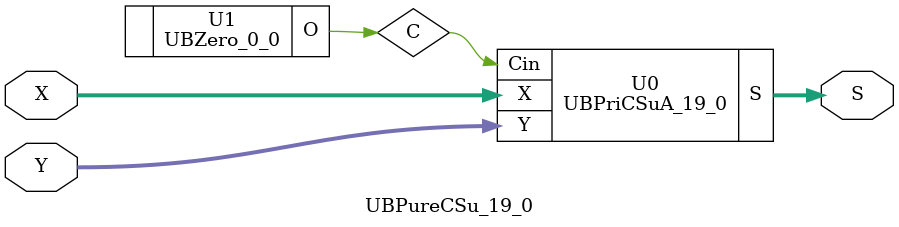
<source format=v>
/*----------------------------------------------------------------------------
  Copyright (c) 2021 Homma laboratory. All rights reserved.

  Top module: UBCSu_19_0_19_0

  Operand-1 length: 20
  Operand-2 length: 20
  Two-operand addition algorithm: Conditional sum adder
----------------------------------------------------------------------------*/

module UBFA_0(C, S, X, Y, Z);
  output C;
  output S;
  input X;
  input Y;
  input Z;
  assign C = ( X & Y ) | ( Y & Z ) | ( Z & X );
  assign S = X ^ Y ^ Z;
endmodule

module UBHCSuB_0_0(C, S, X, Y, Ci);
  output C;
  output S;
  input Ci;
  input X;
  input Y;
  UBFA_0 U0 (C, S, X, Y, Ci);
endmodule

module UBZero_1_1(O);
  output [1:1] O;
  assign O[1] = 0;
endmodule

module UBOne_1(O);
  output O;
  assign O = 1;
endmodule

module UBFA_1(C, S, X, Y, Z);
  output C;
  output S;
  input X;
  input Y;
  input Z;
  assign C = ( X & Y ) | ( Y & Z ) | ( Z & X );
  assign S = X ^ Y ^ Z;
endmodule

module UBCSuB_1_1(C_0, C_1, S_0, S_1, X, Y);
  output C_0;
  output C_1;
  output S_0;
  output S_1;
  input X;
  input Y;
  wire Ci_0;
  wire Ci_1;
  wire Co_0;
  wire Co_1;
  assign C_0 = ( Co_0 & ( ~ Ci_0 ) ) | ( Co_1 & Ci_0 );
  assign C_1 = ( Co_0 & ( ~ Ci_1 ) ) | ( Co_1 & Ci_1 );
  UBZero_1_1 U0 (Ci_0);
  UBOne_1 U1 (Ci_1);
  UBFA_1 U2 (Co_0, S_0, X, Y, Ci_0);
  UBFA_1 U3 (Co_1, S_1, X, Y, Ci_1);
endmodule

module UBHCSuB_1_0(C, S, X, Y, Ci);
  output C;
  output [1:0] S;
  input Ci;
  input [1:0] X;
  input [1:0] Y;
  wire C_0;
  wire C_1;
  wire Co;
  wire S_0;
  wire S_1;
  assign S[1] = ( S_0 & ( ~ Co ) ) | ( S_1 & Co );
  assign C = ( C_0 & ( ~ Co ) ) | ( C_1 & Co );
  UBHCSuB_0_0 U0 (Co, S[0], X[0], Y[0], Ci);
  UBCSuB_1_1 U1 (C_0, C_1, S_0, S_1, X[1], Y[1]);
endmodule

module UBZero_2_2(O);
  output [2:2] O;
  assign O[2] = 0;
endmodule

module UBOne_2(O);
  output O;
  assign O = 1;
endmodule

module UBFA_2(C, S, X, Y, Z);
  output C;
  output S;
  input X;
  input Y;
  input Z;
  assign C = ( X & Y ) | ( Y & Z ) | ( Z & X );
  assign S = X ^ Y ^ Z;
endmodule

module UBCSuB_2_2(C_0, C_1, S_0, S_1, X, Y);
  output C_0;
  output C_1;
  output S_0;
  output S_1;
  input X;
  input Y;
  wire Ci_0;
  wire Ci_1;
  wire Co_0;
  wire Co_1;
  assign C_0 = ( Co_0 & ( ~ Ci_0 ) ) | ( Co_1 & Ci_0 );
  assign C_1 = ( Co_0 & ( ~ Ci_1 ) ) | ( Co_1 & Ci_1 );
  UBZero_2_2 U0 (Ci_0);
  UBOne_2 U1 (Ci_1);
  UBFA_2 U2 (Co_0, S_0, X, Y, Ci_0);
  UBFA_2 U3 (Co_1, S_1, X, Y, Ci_1);
endmodule

module UBHCSuB_2_0(C, S, X, Y, Ci);
  output C;
  output [2:0] S;
  input Ci;
  input [2:0] X;
  input [2:0] Y;
  wire C_0;
  wire C_1;
  wire Co;
  wire S_0;
  wire S_1;
  assign S[2] = ( S_0 & ( ~ Co ) ) | ( S_1 & Co );
  assign C = ( C_0 & ( ~ Co ) ) | ( C_1 & Co );
  UBHCSuB_1_0 U0 (Co, S[1:0], X[1:0], Y[1:0], Ci);
  UBCSuB_2_2 U1 (C_0, C_1, S_0, S_1, X[2], Y[2]);
endmodule

module UBZero_3_3(O);
  output [3:3] O;
  assign O[3] = 0;
endmodule

module UBOne_3(O);
  output O;
  assign O = 1;
endmodule

module UBFA_3(C, S, X, Y, Z);
  output C;
  output S;
  input X;
  input Y;
  input Z;
  assign C = ( X & Y ) | ( Y & Z ) | ( Z & X );
  assign S = X ^ Y ^ Z;
endmodule

module UBCSuB_3_3(C_0, C_1, S_0, S_1, X, Y);
  output C_0;
  output C_1;
  output S_0;
  output S_1;
  input X;
  input Y;
  wire Ci_0;
  wire Ci_1;
  wire Co_0;
  wire Co_1;
  assign C_0 = ( Co_0 & ( ~ Ci_0 ) ) | ( Co_1 & Ci_0 );
  assign C_1 = ( Co_0 & ( ~ Ci_1 ) ) | ( Co_1 & Ci_1 );
  UBZero_3_3 U0 (Ci_0);
  UBOne_3 U1 (Ci_1);
  UBFA_3 U2 (Co_0, S_0, X, Y, Ci_0);
  UBFA_3 U3 (Co_1, S_1, X, Y, Ci_1);
endmodule

module UBZero_4_4(O);
  output [4:4] O;
  assign O[4] = 0;
endmodule

module UBOne_4(O);
  output O;
  assign O = 1;
endmodule

module UBFA_4(C, S, X, Y, Z);
  output C;
  output S;
  input X;
  input Y;
  input Z;
  assign C = ( X & Y ) | ( Y & Z ) | ( Z & X );
  assign S = X ^ Y ^ Z;
endmodule

module UBCSuB_4_4(C_0, C_1, S_0, S_1, X, Y);
  output C_0;
  output C_1;
  output S_0;
  output S_1;
  input X;
  input Y;
  wire Ci_0;
  wire Ci_1;
  wire Co_0;
  wire Co_1;
  assign C_0 = ( Co_0 & ( ~ Ci_0 ) ) | ( Co_1 & Ci_0 );
  assign C_1 = ( Co_0 & ( ~ Ci_1 ) ) | ( Co_1 & Ci_1 );
  UBZero_4_4 U0 (Ci_0);
  UBOne_4 U1 (Ci_1);
  UBFA_4 U2 (Co_0, S_0, X, Y, Ci_0);
  UBFA_4 U3 (Co_1, S_1, X, Y, Ci_1);
endmodule

module UBCSuB_4_3(C_0, C_1, S_0, S_1, X, Y);
  output C_0;
  output C_1;
  output [4:3] S_0;
  output [4:3] S_1;
  input [4:3] X;
  input [4:3] Y;
  wire Ci_0;
  wire Ci_1;
  wire Co_0;
  wire Co_1;
  wire So_0;
  wire So_1;
  assign S_0[4] = ( So_0 & ( ~ Ci_0 ) ) | ( So_1 & Ci_0 );
  assign C_0 = ( Co_0 & ( ~ Ci_0 ) ) | ( Co_1 & Ci_0 );
  assign S_1[4] = ( So_0 & ( ~ Ci_1 ) ) | ( So_1 & Ci_1 );
  assign C_1 = ( Co_0 & ( ~ Ci_1 ) ) | ( Co_1 & Ci_1 );
  UBCSuB_3_3 U0 (Ci_0, Ci_1, S_0[3], S_1[3], X[3], Y[3]);
  UBCSuB_4_4 U1 (Co_0, Co_1, So_0, So_1, X[4], Y[4]);
endmodule

module UBHCSuB_4_0(C, S, X, Y, Ci);
  output C;
  output [4:0] S;
  input Ci;
  input [4:0] X;
  input [4:0] Y;
  wire C_0;
  wire C_1;
  wire Co;
  wire [4:3] S_0;
  wire [4:3] S_1;
  assign S[3] = ( S_0[3] & ( ~ Co ) ) | ( S_1[3] & Co );
  assign S[4] = ( S_0[4] & ( ~ Co ) ) | ( S_1[4] & Co );
  assign C = ( C_0 & ( ~ Co ) ) | ( C_1 & Co );
  UBHCSuB_2_0 U0 (Co, S[2:0], X[2:0], Y[2:0], Ci);
  UBCSuB_4_3 U1 (C_0, C_1, S_0, S_1, X[4:3], Y[4:3]);
endmodule

module UBZero_5_5(O);
  output [5:5] O;
  assign O[5] = 0;
endmodule

module UBOne_5(O);
  output O;
  assign O = 1;
endmodule

module UBFA_5(C, S, X, Y, Z);
  output C;
  output S;
  input X;
  input Y;
  input Z;
  assign C = ( X & Y ) | ( Y & Z ) | ( Z & X );
  assign S = X ^ Y ^ Z;
endmodule

module UBCSuB_5_5(C_0, C_1, S_0, S_1, X, Y);
  output C_0;
  output C_1;
  output S_0;
  output S_1;
  input X;
  input Y;
  wire Ci_0;
  wire Ci_1;
  wire Co_0;
  wire Co_1;
  assign C_0 = ( Co_0 & ( ~ Ci_0 ) ) | ( Co_1 & Ci_0 );
  assign C_1 = ( Co_0 & ( ~ Ci_1 ) ) | ( Co_1 & Ci_1 );
  UBZero_5_5 U0 (Ci_0);
  UBOne_5 U1 (Ci_1);
  UBFA_5 U2 (Co_0, S_0, X, Y, Ci_0);
  UBFA_5 U3 (Co_1, S_1, X, Y, Ci_1);
endmodule

module UBZero_6_6(O);
  output [6:6] O;
  assign O[6] = 0;
endmodule

module UBOne_6(O);
  output O;
  assign O = 1;
endmodule

module UBFA_6(C, S, X, Y, Z);
  output C;
  output S;
  input X;
  input Y;
  input Z;
  assign C = ( X & Y ) | ( Y & Z ) | ( Z & X );
  assign S = X ^ Y ^ Z;
endmodule

module UBCSuB_6_6(C_0, C_1, S_0, S_1, X, Y);
  output C_0;
  output C_1;
  output S_0;
  output S_1;
  input X;
  input Y;
  wire Ci_0;
  wire Ci_1;
  wire Co_0;
  wire Co_1;
  assign C_0 = ( Co_0 & ( ~ Ci_0 ) ) | ( Co_1 & Ci_0 );
  assign C_1 = ( Co_0 & ( ~ Ci_1 ) ) | ( Co_1 & Ci_1 );
  UBZero_6_6 U0 (Ci_0);
  UBOne_6 U1 (Ci_1);
  UBFA_6 U2 (Co_0, S_0, X, Y, Ci_0);
  UBFA_6 U3 (Co_1, S_1, X, Y, Ci_1);
endmodule

module UBCSuB_6_5(C_0, C_1, S_0, S_1, X, Y);
  output C_0;
  output C_1;
  output [6:5] S_0;
  output [6:5] S_1;
  input [6:5] X;
  input [6:5] Y;
  wire Ci_0;
  wire Ci_1;
  wire Co_0;
  wire Co_1;
  wire So_0;
  wire So_1;
  assign S_0[6] = ( So_0 & ( ~ Ci_0 ) ) | ( So_1 & Ci_0 );
  assign C_0 = ( Co_0 & ( ~ Ci_0 ) ) | ( Co_1 & Ci_0 );
  assign S_1[6] = ( So_0 & ( ~ Ci_1 ) ) | ( So_1 & Ci_1 );
  assign C_1 = ( Co_0 & ( ~ Ci_1 ) ) | ( Co_1 & Ci_1 );
  UBCSuB_5_5 U0 (Ci_0, Ci_1, S_0[5], S_1[5], X[5], Y[5]);
  UBCSuB_6_6 U1 (Co_0, Co_1, So_0, So_1, X[6], Y[6]);
endmodule

module UBZero_7_7(O);
  output [7:7] O;
  assign O[7] = 0;
endmodule

module UBOne_7(O);
  output O;
  assign O = 1;
endmodule

module UBFA_7(C, S, X, Y, Z);
  output C;
  output S;
  input X;
  input Y;
  input Z;
  assign C = ( X & Y ) | ( Y & Z ) | ( Z & X );
  assign S = X ^ Y ^ Z;
endmodule

module UBCSuB_7_7(C_0, C_1, S_0, S_1, X, Y);
  output C_0;
  output C_1;
  output S_0;
  output S_1;
  input X;
  input Y;
  wire Ci_0;
  wire Ci_1;
  wire Co_0;
  wire Co_1;
  assign C_0 = ( Co_0 & ( ~ Ci_0 ) ) | ( Co_1 & Ci_0 );
  assign C_1 = ( Co_0 & ( ~ Ci_1 ) ) | ( Co_1 & Ci_1 );
  UBZero_7_7 U0 (Ci_0);
  UBOne_7 U1 (Ci_1);
  UBFA_7 U2 (Co_0, S_0, X, Y, Ci_0);
  UBFA_7 U3 (Co_1, S_1, X, Y, Ci_1);
endmodule

module UBCSuB_7_5(C_0, C_1, S_0, S_1, X, Y);
  output C_0;
  output C_1;
  output [7:5] S_0;
  output [7:5] S_1;
  input [7:5] X;
  input [7:5] Y;
  wire Ci_0;
  wire Ci_1;
  wire Co_0;
  wire Co_1;
  wire [7:7] So_0;
  wire [7:7] So_1;
  assign S_0[7] = ( So_0 & ( ~ Ci_0 ) ) | ( So_1 & Ci_0 );
  assign C_0 = ( Co_0 & ( ~ Ci_0 ) ) | ( Co_1 & Ci_0 );
  assign S_1[7] = ( So_0 & ( ~ Ci_1 ) ) | ( So_1 & Ci_1 );
  assign C_1 = ( Co_0 & ( ~ Ci_1 ) ) | ( Co_1 & Ci_1 );
  UBCSuB_6_5 U0 (Ci_0, Ci_1, S_0[6:5], S_1[6:5], X[6:5], Y[6:5]);
  UBCSuB_7_7 U1 (Co_0, Co_1, So_0, So_1, X[7], Y[7]);
endmodule

module UBZero_8_8(O);
  output [8:8] O;
  assign O[8] = 0;
endmodule

module UBOne_8(O);
  output O;
  assign O = 1;
endmodule

module UBFA_8(C, S, X, Y, Z);
  output C;
  output S;
  input X;
  input Y;
  input Z;
  assign C = ( X & Y ) | ( Y & Z ) | ( Z & X );
  assign S = X ^ Y ^ Z;
endmodule

module UBCSuB_8_8(C_0, C_1, S_0, S_1, X, Y);
  output C_0;
  output C_1;
  output S_0;
  output S_1;
  input X;
  input Y;
  wire Ci_0;
  wire Ci_1;
  wire Co_0;
  wire Co_1;
  assign C_0 = ( Co_0 & ( ~ Ci_0 ) ) | ( Co_1 & Ci_0 );
  assign C_1 = ( Co_0 & ( ~ Ci_1 ) ) | ( Co_1 & Ci_1 );
  UBZero_8_8 U0 (Ci_0);
  UBOne_8 U1 (Ci_1);
  UBFA_8 U2 (Co_0, S_0, X, Y, Ci_0);
  UBFA_8 U3 (Co_1, S_1, X, Y, Ci_1);
endmodule

module UBZero_9_9(O);
  output [9:9] O;
  assign O[9] = 0;
endmodule

module UBOne_9(O);
  output O;
  assign O = 1;
endmodule

module UBFA_9(C, S, X, Y, Z);
  output C;
  output S;
  input X;
  input Y;
  input Z;
  assign C = ( X & Y ) | ( Y & Z ) | ( Z & X );
  assign S = X ^ Y ^ Z;
endmodule

module UBCSuB_9_9(C_0, C_1, S_0, S_1, X, Y);
  output C_0;
  output C_1;
  output S_0;
  output S_1;
  input X;
  input Y;
  wire Ci_0;
  wire Ci_1;
  wire Co_0;
  wire Co_1;
  assign C_0 = ( Co_0 & ( ~ Ci_0 ) ) | ( Co_1 & Ci_0 );
  assign C_1 = ( Co_0 & ( ~ Ci_1 ) ) | ( Co_1 & Ci_1 );
  UBZero_9_9 U0 (Ci_0);
  UBOne_9 U1 (Ci_1);
  UBFA_9 U2 (Co_0, S_0, X, Y, Ci_0);
  UBFA_9 U3 (Co_1, S_1, X, Y, Ci_1);
endmodule

module UBCSuB_9_8(C_0, C_1, S_0, S_1, X, Y);
  output C_0;
  output C_1;
  output [9:8] S_0;
  output [9:8] S_1;
  input [9:8] X;
  input [9:8] Y;
  wire Ci_0;
  wire Ci_1;
  wire Co_0;
  wire Co_1;
  wire So_0;
  wire So_1;
  assign S_0[9] = ( So_0 & ( ~ Ci_0 ) ) | ( So_1 & Ci_0 );
  assign C_0 = ( Co_0 & ( ~ Ci_0 ) ) | ( Co_1 & Ci_0 );
  assign S_1[9] = ( So_0 & ( ~ Ci_1 ) ) | ( So_1 & Ci_1 );
  assign C_1 = ( Co_0 & ( ~ Ci_1 ) ) | ( Co_1 & Ci_1 );
  UBCSuB_8_8 U0 (Ci_0, Ci_1, S_0[8], S_1[8], X[8], Y[8]);
  UBCSuB_9_9 U1 (Co_0, Co_1, So_0, So_1, X[9], Y[9]);
endmodule

module UBCSuB_9_5(C_0, C_1, S_0, S_1, X, Y);
  output C_0;
  output C_1;
  output [9:5] S_0;
  output [9:5] S_1;
  input [9:5] X;
  input [9:5] Y;
  wire Ci_0;
  wire Ci_1;
  wire Co_0;
  wire Co_1;
  wire [9:8] So_0;
  wire [9:8] So_1;
  assign S_0[8] = ( So_0[8] & ( ~ Ci_0 ) ) | ( So_1[8] & Ci_0 );
  assign S_0[9] = ( So_0[9] & ( ~ Ci_0 ) ) | ( So_1[9] & Ci_0 );
  assign C_0 = ( Co_0 & ( ~ Ci_0 ) ) | ( Co_1 & Ci_0 );
  assign S_1[8] = ( So_0[8] & ( ~ Ci_1 ) ) | ( So_1[8] & Ci_1 );
  assign S_1[9] = ( So_0[9] & ( ~ Ci_1 ) ) | ( So_1[9] & Ci_1 );
  assign C_1 = ( Co_0 & ( ~ Ci_1 ) ) | ( Co_1 & Ci_1 );
  UBCSuB_7_5 U0 (Ci_0, Ci_1, S_0[7:5], S_1[7:5], X[7:5], Y[7:5]);
  UBCSuB_9_8 U1 (Co_0, Co_1, So_0, So_1, X[9:8], Y[9:8]);
endmodule

module UBHCSuB_9_0(C, S, X, Y, Ci);
  output C;
  output [9:0] S;
  input Ci;
  input [9:0] X;
  input [9:0] Y;
  wire C_0;
  wire C_1;
  wire Co;
  wire [9:5] S_0;
  wire [9:5] S_1;
  assign S[5] = ( S_0[5] & ( ~ Co ) ) | ( S_1[5] & Co );
  assign S[6] = ( S_0[6] & ( ~ Co ) ) | ( S_1[6] & Co );
  assign S[7] = ( S_0[7] & ( ~ Co ) ) | ( S_1[7] & Co );
  assign S[8] = ( S_0[8] & ( ~ Co ) ) | ( S_1[8] & Co );
  assign S[9] = ( S_0[9] & ( ~ Co ) ) | ( S_1[9] & Co );
  assign C = ( C_0 & ( ~ Co ) ) | ( C_1 & Co );
  UBHCSuB_4_0 U0 (Co, S[4:0], X[4:0], Y[4:0], Ci);
  UBCSuB_9_5 U1 (C_0, C_1, S_0, S_1, X[9:5], Y[9:5]);
endmodule

module UBZero_10_10(O);
  output [10:10] O;
  assign O[10] = 0;
endmodule

module UBOne_10(O);
  output O;
  assign O = 1;
endmodule

module UBFA_10(C, S, X, Y, Z);
  output C;
  output S;
  input X;
  input Y;
  input Z;
  assign C = ( X & Y ) | ( Y & Z ) | ( Z & X );
  assign S = X ^ Y ^ Z;
endmodule

module UBCSuB_10_10(C_0, C_1, S_0, S_1, X, Y);
  output C_0;
  output C_1;
  output S_0;
  output S_1;
  input X;
  input Y;
  wire Ci_0;
  wire Ci_1;
  wire Co_0;
  wire Co_1;
  assign C_0 = ( Co_0 & ( ~ Ci_0 ) ) | ( Co_1 & Ci_0 );
  assign C_1 = ( Co_0 & ( ~ Ci_1 ) ) | ( Co_1 & Ci_1 );
  UBZero_10_10 U0 (Ci_0);
  UBOne_10 U1 (Ci_1);
  UBFA_10 U2 (Co_0, S_0, X, Y, Ci_0);
  UBFA_10 U3 (Co_1, S_1, X, Y, Ci_1);
endmodule

module UBZero_11_11(O);
  output [11:11] O;
  assign O[11] = 0;
endmodule

module UBOne_11(O);
  output O;
  assign O = 1;
endmodule

module UBFA_11(C, S, X, Y, Z);
  output C;
  output S;
  input X;
  input Y;
  input Z;
  assign C = ( X & Y ) | ( Y & Z ) | ( Z & X );
  assign S = X ^ Y ^ Z;
endmodule

module UBCSuB_11_11(C_0, C_1, S_0, S_1, X, Y);
  output C_0;
  output C_1;
  output S_0;
  output S_1;
  input X;
  input Y;
  wire Ci_0;
  wire Ci_1;
  wire Co_0;
  wire Co_1;
  assign C_0 = ( Co_0 & ( ~ Ci_0 ) ) | ( Co_1 & Ci_0 );
  assign C_1 = ( Co_0 & ( ~ Ci_1 ) ) | ( Co_1 & Ci_1 );
  UBZero_11_11 U0 (Ci_0);
  UBOne_11 U1 (Ci_1);
  UBFA_11 U2 (Co_0, S_0, X, Y, Ci_0);
  UBFA_11 U3 (Co_1, S_1, X, Y, Ci_1);
endmodule

module UBCSuB_11_10(C_0, C_1, S_0, S_1, X, Y);
  output C_0;
  output C_1;
  output [11:10] S_0;
  output [11:10] S_1;
  input [11:10] X;
  input [11:10] Y;
  wire Ci_0;
  wire Ci_1;
  wire Co_0;
  wire Co_1;
  wire So_0;
  wire So_1;
  assign S_0[11] = ( So_0 & ( ~ Ci_0 ) ) | ( So_1 & Ci_0 );
  assign C_0 = ( Co_0 & ( ~ Ci_0 ) ) | ( Co_1 & Ci_0 );
  assign S_1[11] = ( So_0 & ( ~ Ci_1 ) ) | ( So_1 & Ci_1 );
  assign C_1 = ( Co_0 & ( ~ Ci_1 ) ) | ( Co_1 & Ci_1 );
  UBCSuB_10_10 U0 (Ci_0, Ci_1, S_0[10], S_1[10], X[10], Y[10]);
  UBCSuB_11_11 U1 (Co_0, Co_1, So_0, So_1, X[11], Y[11]);
endmodule

module UBZero_12_12(O);
  output [12:12] O;
  assign O[12] = 0;
endmodule

module UBOne_12(O);
  output O;
  assign O = 1;
endmodule

module UBFA_12(C, S, X, Y, Z);
  output C;
  output S;
  input X;
  input Y;
  input Z;
  assign C = ( X & Y ) | ( Y & Z ) | ( Z & X );
  assign S = X ^ Y ^ Z;
endmodule

module UBCSuB_12_12(C_0, C_1, S_0, S_1, X, Y);
  output C_0;
  output C_1;
  output S_0;
  output S_1;
  input X;
  input Y;
  wire Ci_0;
  wire Ci_1;
  wire Co_0;
  wire Co_1;
  assign C_0 = ( Co_0 & ( ~ Ci_0 ) ) | ( Co_1 & Ci_0 );
  assign C_1 = ( Co_0 & ( ~ Ci_1 ) ) | ( Co_1 & Ci_1 );
  UBZero_12_12 U0 (Ci_0);
  UBOne_12 U1 (Ci_1);
  UBFA_12 U2 (Co_0, S_0, X, Y, Ci_0);
  UBFA_12 U3 (Co_1, S_1, X, Y, Ci_1);
endmodule

module UBCSuB_12_10(C_0, C_1, S_0, S_1, X, Y);
  output C_0;
  output C_1;
  output [12:10] S_0;
  output [12:10] S_1;
  input [12:10] X;
  input [12:10] Y;
  wire Ci_0;
  wire Ci_1;
  wire Co_0;
  wire Co_1;
  wire [12:12] So_0;
  wire [12:12] So_1;
  assign S_0[12] = ( So_0 & ( ~ Ci_0 ) ) | ( So_1 & Ci_0 );
  assign C_0 = ( Co_0 & ( ~ Ci_0 ) ) | ( Co_1 & Ci_0 );
  assign S_1[12] = ( So_0 & ( ~ Ci_1 ) ) | ( So_1 & Ci_1 );
  assign C_1 = ( Co_0 & ( ~ Ci_1 ) ) | ( Co_1 & Ci_1 );
  UBCSuB_11_10 U0 (Ci_0, Ci_1, S_0[11:10], S_1[11:10], X[11:10], Y[11:10]);
  UBCSuB_12_12 U1 (Co_0, Co_1, So_0, So_1, X[12], Y[12]);
endmodule

module UBZero_13_13(O);
  output [13:13] O;
  assign O[13] = 0;
endmodule

module UBOne_13(O);
  output O;
  assign O = 1;
endmodule

module UBFA_13(C, S, X, Y, Z);
  output C;
  output S;
  input X;
  input Y;
  input Z;
  assign C = ( X & Y ) | ( Y & Z ) | ( Z & X );
  assign S = X ^ Y ^ Z;
endmodule

module UBCSuB_13_13(C_0, C_1, S_0, S_1, X, Y);
  output C_0;
  output C_1;
  output S_0;
  output S_1;
  input X;
  input Y;
  wire Ci_0;
  wire Ci_1;
  wire Co_0;
  wire Co_1;
  assign C_0 = ( Co_0 & ( ~ Ci_0 ) ) | ( Co_1 & Ci_0 );
  assign C_1 = ( Co_0 & ( ~ Ci_1 ) ) | ( Co_1 & Ci_1 );
  UBZero_13_13 U0 (Ci_0);
  UBOne_13 U1 (Ci_1);
  UBFA_13 U2 (Co_0, S_0, X, Y, Ci_0);
  UBFA_13 U3 (Co_1, S_1, X, Y, Ci_1);
endmodule

module UBZero_14_14(O);
  output [14:14] O;
  assign O[14] = 0;
endmodule

module UBOne_14(O);
  output O;
  assign O = 1;
endmodule

module UBFA_14(C, S, X, Y, Z);
  output C;
  output S;
  input X;
  input Y;
  input Z;
  assign C = ( X & Y ) | ( Y & Z ) | ( Z & X );
  assign S = X ^ Y ^ Z;
endmodule

module UBCSuB_14_14(C_0, C_1, S_0, S_1, X, Y);
  output C_0;
  output C_1;
  output S_0;
  output S_1;
  input X;
  input Y;
  wire Ci_0;
  wire Ci_1;
  wire Co_0;
  wire Co_1;
  assign C_0 = ( Co_0 & ( ~ Ci_0 ) ) | ( Co_1 & Ci_0 );
  assign C_1 = ( Co_0 & ( ~ Ci_1 ) ) | ( Co_1 & Ci_1 );
  UBZero_14_14 U0 (Ci_0);
  UBOne_14 U1 (Ci_1);
  UBFA_14 U2 (Co_0, S_0, X, Y, Ci_0);
  UBFA_14 U3 (Co_1, S_1, X, Y, Ci_1);
endmodule

module UBCSuB_14_13(C_0, C_1, S_0, S_1, X, Y);
  output C_0;
  output C_1;
  output [14:13] S_0;
  output [14:13] S_1;
  input [14:13] X;
  input [14:13] Y;
  wire Ci_0;
  wire Ci_1;
  wire Co_0;
  wire Co_1;
  wire So_0;
  wire So_1;
  assign S_0[14] = ( So_0 & ( ~ Ci_0 ) ) | ( So_1 & Ci_0 );
  assign C_0 = ( Co_0 & ( ~ Ci_0 ) ) | ( Co_1 & Ci_0 );
  assign S_1[14] = ( So_0 & ( ~ Ci_1 ) ) | ( So_1 & Ci_1 );
  assign C_1 = ( Co_0 & ( ~ Ci_1 ) ) | ( Co_1 & Ci_1 );
  UBCSuB_13_13 U0 (Ci_0, Ci_1, S_0[13], S_1[13], X[13], Y[13]);
  UBCSuB_14_14 U1 (Co_0, Co_1, So_0, So_1, X[14], Y[14]);
endmodule

module UBCSuB_14_10(C_0, C_1, S_0, S_1, X, Y);
  output C_0;
  output C_1;
  output [14:10] S_0;
  output [14:10] S_1;
  input [14:10] X;
  input [14:10] Y;
  wire Ci_0;
  wire Ci_1;
  wire Co_0;
  wire Co_1;
  wire [14:13] So_0;
  wire [14:13] So_1;
  assign S_0[13] = ( So_0[13] & ( ~ Ci_0 ) ) | ( So_1[13] & Ci_0 );
  assign S_0[14] = ( So_0[14] & ( ~ Ci_0 ) ) | ( So_1[14] & Ci_0 );
  assign C_0 = ( Co_0 & ( ~ Ci_0 ) ) | ( Co_1 & Ci_0 );
  assign S_1[13] = ( So_0[13] & ( ~ Ci_1 ) ) | ( So_1[13] & Ci_1 );
  assign S_1[14] = ( So_0[14] & ( ~ Ci_1 ) ) | ( So_1[14] & Ci_1 );
  assign C_1 = ( Co_0 & ( ~ Ci_1 ) ) | ( Co_1 & Ci_1 );
  UBCSuB_12_10 U0 (Ci_0, Ci_1, S_0[12:10], S_1[12:10], X[12:10], Y[12:10]);
  UBCSuB_14_13 U1 (Co_0, Co_1, So_0, So_1, X[14:13], Y[14:13]);
endmodule

module UBZero_15_15(O);
  output [15:15] O;
  assign O[15] = 0;
endmodule

module UBOne_15(O);
  output O;
  assign O = 1;
endmodule

module UBFA_15(C, S, X, Y, Z);
  output C;
  output S;
  input X;
  input Y;
  input Z;
  assign C = ( X & Y ) | ( Y & Z ) | ( Z & X );
  assign S = X ^ Y ^ Z;
endmodule

module UBCSuB_15_15(C_0, C_1, S_0, S_1, X, Y);
  output C_0;
  output C_1;
  output S_0;
  output S_1;
  input X;
  input Y;
  wire Ci_0;
  wire Ci_1;
  wire Co_0;
  wire Co_1;
  assign C_0 = ( Co_0 & ( ~ Ci_0 ) ) | ( Co_1 & Ci_0 );
  assign C_1 = ( Co_0 & ( ~ Ci_1 ) ) | ( Co_1 & Ci_1 );
  UBZero_15_15 U0 (Ci_0);
  UBOne_15 U1 (Ci_1);
  UBFA_15 U2 (Co_0, S_0, X, Y, Ci_0);
  UBFA_15 U3 (Co_1, S_1, X, Y, Ci_1);
endmodule

module UBZero_16_16(O);
  output [16:16] O;
  assign O[16] = 0;
endmodule

module UBOne_16(O);
  output O;
  assign O = 1;
endmodule

module UBFA_16(C, S, X, Y, Z);
  output C;
  output S;
  input X;
  input Y;
  input Z;
  assign C = ( X & Y ) | ( Y & Z ) | ( Z & X );
  assign S = X ^ Y ^ Z;
endmodule

module UBCSuB_16_16(C_0, C_1, S_0, S_1, X, Y);
  output C_0;
  output C_1;
  output S_0;
  output S_1;
  input X;
  input Y;
  wire Ci_0;
  wire Ci_1;
  wire Co_0;
  wire Co_1;
  assign C_0 = ( Co_0 & ( ~ Ci_0 ) ) | ( Co_1 & Ci_0 );
  assign C_1 = ( Co_0 & ( ~ Ci_1 ) ) | ( Co_1 & Ci_1 );
  UBZero_16_16 U0 (Ci_0);
  UBOne_16 U1 (Ci_1);
  UBFA_16 U2 (Co_0, S_0, X, Y, Ci_0);
  UBFA_16 U3 (Co_1, S_1, X, Y, Ci_1);
endmodule

module UBCSuB_16_15(C_0, C_1, S_0, S_1, X, Y);
  output C_0;
  output C_1;
  output [16:15] S_0;
  output [16:15] S_1;
  input [16:15] X;
  input [16:15] Y;
  wire Ci_0;
  wire Ci_1;
  wire Co_0;
  wire Co_1;
  wire So_0;
  wire So_1;
  assign S_0[16] = ( So_0 & ( ~ Ci_0 ) ) | ( So_1 & Ci_0 );
  assign C_0 = ( Co_0 & ( ~ Ci_0 ) ) | ( Co_1 & Ci_0 );
  assign S_1[16] = ( So_0 & ( ~ Ci_1 ) ) | ( So_1 & Ci_1 );
  assign C_1 = ( Co_0 & ( ~ Ci_1 ) ) | ( Co_1 & Ci_1 );
  UBCSuB_15_15 U0 (Ci_0, Ci_1, S_0[15], S_1[15], X[15], Y[15]);
  UBCSuB_16_16 U1 (Co_0, Co_1, So_0, So_1, X[16], Y[16]);
endmodule

module UBZero_17_17(O);
  output [17:17] O;
  assign O[17] = 0;
endmodule

module UBOne_17(O);
  output O;
  assign O = 1;
endmodule

module UBFA_17(C, S, X, Y, Z);
  output C;
  output S;
  input X;
  input Y;
  input Z;
  assign C = ( X & Y ) | ( Y & Z ) | ( Z & X );
  assign S = X ^ Y ^ Z;
endmodule

module UBCSuB_17_17(C_0, C_1, S_0, S_1, X, Y);
  output C_0;
  output C_1;
  output S_0;
  output S_1;
  input X;
  input Y;
  wire Ci_0;
  wire Ci_1;
  wire Co_0;
  wire Co_1;
  assign C_0 = ( Co_0 & ( ~ Ci_0 ) ) | ( Co_1 & Ci_0 );
  assign C_1 = ( Co_0 & ( ~ Ci_1 ) ) | ( Co_1 & Ci_1 );
  UBZero_17_17 U0 (Ci_0);
  UBOne_17 U1 (Ci_1);
  UBFA_17 U2 (Co_0, S_0, X, Y, Ci_0);
  UBFA_17 U3 (Co_1, S_1, X, Y, Ci_1);
endmodule

module UBCSuB_17_15(C_0, C_1, S_0, S_1, X, Y);
  output C_0;
  output C_1;
  output [17:15] S_0;
  output [17:15] S_1;
  input [17:15] X;
  input [17:15] Y;
  wire Ci_0;
  wire Ci_1;
  wire Co_0;
  wire Co_1;
  wire [17:17] So_0;
  wire [17:17] So_1;
  assign S_0[17] = ( So_0 & ( ~ Ci_0 ) ) | ( So_1 & Ci_0 );
  assign C_0 = ( Co_0 & ( ~ Ci_0 ) ) | ( Co_1 & Ci_0 );
  assign S_1[17] = ( So_0 & ( ~ Ci_1 ) ) | ( So_1 & Ci_1 );
  assign C_1 = ( Co_0 & ( ~ Ci_1 ) ) | ( Co_1 & Ci_1 );
  UBCSuB_16_15 U0 (Ci_0, Ci_1, S_0[16:15], S_1[16:15], X[16:15], Y[16:15]);
  UBCSuB_17_17 U1 (Co_0, Co_1, So_0, So_1, X[17], Y[17]);
endmodule

module UBZero_18_18(O);
  output [18:18] O;
  assign O[18] = 0;
endmodule

module UBOne_18(O);
  output O;
  assign O = 1;
endmodule

module UBFA_18(C, S, X, Y, Z);
  output C;
  output S;
  input X;
  input Y;
  input Z;
  assign C = ( X & Y ) | ( Y & Z ) | ( Z & X );
  assign S = X ^ Y ^ Z;
endmodule

module UBCSuB_18_18(C_0, C_1, S_0, S_1, X, Y);
  output C_0;
  output C_1;
  output S_0;
  output S_1;
  input X;
  input Y;
  wire Ci_0;
  wire Ci_1;
  wire Co_0;
  wire Co_1;
  assign C_0 = ( Co_0 & ( ~ Ci_0 ) ) | ( Co_1 & Ci_0 );
  assign C_1 = ( Co_0 & ( ~ Ci_1 ) ) | ( Co_1 & Ci_1 );
  UBZero_18_18 U0 (Ci_0);
  UBOne_18 U1 (Ci_1);
  UBFA_18 U2 (Co_0, S_0, X, Y, Ci_0);
  UBFA_18 U3 (Co_1, S_1, X, Y, Ci_1);
endmodule

module UBZero_19_19(O);
  output [19:19] O;
  assign O[19] = 0;
endmodule

module UBOne_19(O);
  output O;
  assign O = 1;
endmodule

module UBFA_19(C, S, X, Y, Z);
  output C;
  output S;
  input X;
  input Y;
  input Z;
  assign C = ( X & Y ) | ( Y & Z ) | ( Z & X );
  assign S = X ^ Y ^ Z;
endmodule

module UBCSuB_19_19(C_0, C_1, S_0, S_1, X, Y);
  output C_0;
  output C_1;
  output S_0;
  output S_1;
  input X;
  input Y;
  wire Ci_0;
  wire Ci_1;
  wire Co_0;
  wire Co_1;
  assign C_0 = ( Co_0 & ( ~ Ci_0 ) ) | ( Co_1 & Ci_0 );
  assign C_1 = ( Co_0 & ( ~ Ci_1 ) ) | ( Co_1 & Ci_1 );
  UBZero_19_19 U0 (Ci_0);
  UBOne_19 U1 (Ci_1);
  UBFA_19 U2 (Co_0, S_0, X, Y, Ci_0);
  UBFA_19 U3 (Co_1, S_1, X, Y, Ci_1);
endmodule

module UBCSuB_19_18(C_0, C_1, S_0, S_1, X, Y);
  output C_0;
  output C_1;
  output [19:18] S_0;
  output [19:18] S_1;
  input [19:18] X;
  input [19:18] Y;
  wire Ci_0;
  wire Ci_1;
  wire Co_0;
  wire Co_1;
  wire So_0;
  wire So_1;
  assign S_0[19] = ( So_0 & ( ~ Ci_0 ) ) | ( So_1 & Ci_0 );
  assign C_0 = ( Co_0 & ( ~ Ci_0 ) ) | ( Co_1 & Ci_0 );
  assign S_1[19] = ( So_0 & ( ~ Ci_1 ) ) | ( So_1 & Ci_1 );
  assign C_1 = ( Co_0 & ( ~ Ci_1 ) ) | ( Co_1 & Ci_1 );
  UBCSuB_18_18 U0 (Ci_0, Ci_1, S_0[18], S_1[18], X[18], Y[18]);
  UBCSuB_19_19 U1 (Co_0, Co_1, So_0, So_1, X[19], Y[19]);
endmodule

module UBCSuB_19_15(C_0, C_1, S_0, S_1, X, Y);
  output C_0;
  output C_1;
  output [19:15] S_0;
  output [19:15] S_1;
  input [19:15] X;
  input [19:15] Y;
  wire Ci_0;
  wire Ci_1;
  wire Co_0;
  wire Co_1;
  wire [19:18] So_0;
  wire [19:18] So_1;
  assign S_0[18] = ( So_0[18] & ( ~ Ci_0 ) ) | ( So_1[18] & Ci_0 );
  assign S_0[19] = ( So_0[19] & ( ~ Ci_0 ) ) | ( So_1[19] & Ci_0 );
  assign C_0 = ( Co_0 & ( ~ Ci_0 ) ) | ( Co_1 & Ci_0 );
  assign S_1[18] = ( So_0[18] & ( ~ Ci_1 ) ) | ( So_1[18] & Ci_1 );
  assign S_1[19] = ( So_0[19] & ( ~ Ci_1 ) ) | ( So_1[19] & Ci_1 );
  assign C_1 = ( Co_0 & ( ~ Ci_1 ) ) | ( Co_1 & Ci_1 );
  UBCSuB_17_15 U0 (Ci_0, Ci_1, S_0[17:15], S_1[17:15], X[17:15], Y[17:15]);
  UBCSuB_19_18 U1 (Co_0, Co_1, So_0, So_1, X[19:18], Y[19:18]);
endmodule

module UBCSuB_19_10(C_0, C_1, S_0, S_1, X, Y);
  output C_0;
  output C_1;
  output [19:10] S_0;
  output [19:10] S_1;
  input [19:10] X;
  input [19:10] Y;
  wire Ci_0;
  wire Ci_1;
  wire Co_0;
  wire Co_1;
  wire [19:15] So_0;
  wire [19:15] So_1;
  assign S_0[15] = ( So_0[15] & ( ~ Ci_0 ) ) | ( So_1[15] & Ci_0 );
  assign S_0[16] = ( So_0[16] & ( ~ Ci_0 ) ) | ( So_1[16] & Ci_0 );
  assign S_0[17] = ( So_0[17] & ( ~ Ci_0 ) ) | ( So_1[17] & Ci_0 );
  assign S_0[18] = ( So_0[18] & ( ~ Ci_0 ) ) | ( So_1[18] & Ci_0 );
  assign S_0[19] = ( So_0[19] & ( ~ Ci_0 ) ) | ( So_1[19] & Ci_0 );
  assign C_0 = ( Co_0 & ( ~ Ci_0 ) ) | ( Co_1 & Ci_0 );
  assign S_1[15] = ( So_0[15] & ( ~ Ci_1 ) ) | ( So_1[15] & Ci_1 );
  assign S_1[16] = ( So_0[16] & ( ~ Ci_1 ) ) | ( So_1[16] & Ci_1 );
  assign S_1[17] = ( So_0[17] & ( ~ Ci_1 ) ) | ( So_1[17] & Ci_1 );
  assign S_1[18] = ( So_0[18] & ( ~ Ci_1 ) ) | ( So_1[18] & Ci_1 );
  assign S_1[19] = ( So_0[19] & ( ~ Ci_1 ) ) | ( So_1[19] & Ci_1 );
  assign C_1 = ( Co_0 & ( ~ Ci_1 ) ) | ( Co_1 & Ci_1 );
  UBCSuB_14_10 U0 (Ci_0, Ci_1, S_0[14:10], S_1[14:10], X[14:10], Y[14:10]);
  UBCSuB_19_15 U1 (Co_0, Co_1, So_0, So_1, X[19:15], Y[19:15]);
endmodule

module UBPriCSuA_19_0(S, X, Y, Cin);
  output [20:0] S;
  input Cin;
  input [19:0] X;
  input [19:0] Y;
  wire C_0;
  wire C_1;
  wire Co;
  wire [19:10] S_0;
  wire [19:10] S_1;
  assign S[10] = ( S_0[10] & ( ~ Co ) ) | ( S_1[10] & Co );
  assign S[11] = ( S_0[11] & ( ~ Co ) ) | ( S_1[11] & Co );
  assign S[12] = ( S_0[12] & ( ~ Co ) ) | ( S_1[12] & Co );
  assign S[13] = ( S_0[13] & ( ~ Co ) ) | ( S_1[13] & Co );
  assign S[14] = ( S_0[14] & ( ~ Co ) ) | ( S_1[14] & Co );
  assign S[15] = ( S_0[15] & ( ~ Co ) ) | ( S_1[15] & Co );
  assign S[16] = ( S_0[16] & ( ~ Co ) ) | ( S_1[16] & Co );
  assign S[17] = ( S_0[17] & ( ~ Co ) ) | ( S_1[17] & Co );
  assign S[18] = ( S_0[18] & ( ~ Co ) ) | ( S_1[18] & Co );
  assign S[19] = ( S_0[19] & ( ~ Co ) ) | ( S_1[19] & Co );
  assign S[20] = ( C_0 & ( ~ Co ) ) | ( C_1 & Co );
  UBHCSuB_9_0 U0 (Co, S[9:0], X[9:0], Y[9:0], Cin);
  UBCSuB_19_10 U1 (C_0, C_1, S_0, S_1, X[19:10], Y[19:10]);
endmodule

module UBZero_0_0(O);
  output [0:0] O;
  assign O[0] = 0;
endmodule

module UBCSu_19_0_19_0 (S, X, Y);
  output [20:0] S;
  input [19:0] X;
  input [19:0] Y;
  UBPureCSu_19_0 U0 (S[20:0], X[19:0], Y[19:0]);
endmodule

module UBPureCSu_19_0 (S, X, Y);
  output [20:0] S;
  input [19:0] X;
  input [19:0] Y;
  wire C;
  UBPriCSuA_19_0 U0 (S, X, Y, C);
  UBZero_0_0 U1 (C);
endmodule


</source>
